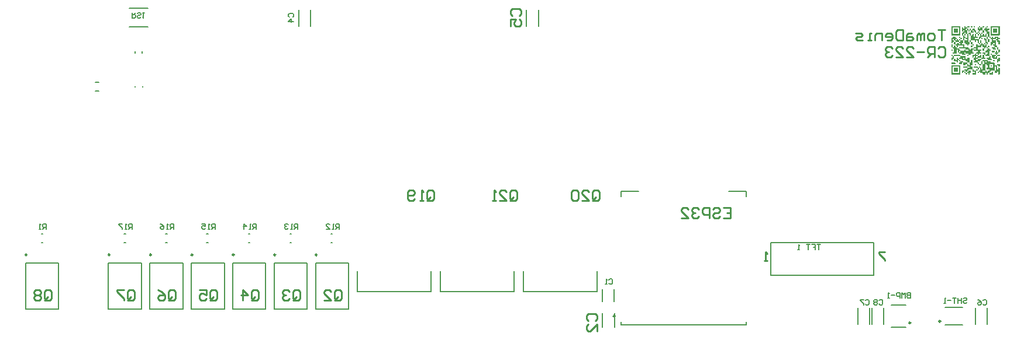
<source format=gbo>
G04*
G04 #@! TF.GenerationSoftware,Altium Limited,Altium Designer,25.5.2 (35)*
G04*
G04 Layer_Color=32896*
%FSLAX44Y44*%
%MOMM*%
G71*
G04*
G04 #@! TF.SameCoordinates,D9E2C172-A1AF-44C0-98D0-4809437D878E*
G04*
G04*
G04 #@! TF.FilePolarity,Positive*
G04*
G01*
G75*
%ADD10C,0.2500*%
%ADD11C,0.2540*%
%ADD15C,0.1520*%
%ADD16C,0.1270*%
G36*
X1489316Y657427D02*
X1489577D01*
Y655733D01*
X1489446D01*
Y655603D01*
X1487752D01*
Y657036D01*
X1487622D01*
Y657296D01*
X1487752D01*
Y657427D01*
X1487883D01*
Y657557D01*
X1489316D01*
Y657427D01*
D02*
G37*
G36*
X1483713D02*
X1483844D01*
Y655733D01*
X1483713D01*
Y655603D01*
X1482020D01*
Y655863D01*
Y655993D01*
Y657166D01*
X1481889D01*
Y657296D01*
X1482020D01*
Y657427D01*
X1482150D01*
Y657557D01*
X1483713D01*
Y657427D01*
D02*
G37*
G36*
X1470554D02*
X1470684D01*
Y655733D01*
X1470554D01*
Y655603D01*
X1468860D01*
Y655733D01*
X1468730D01*
Y656515D01*
Y656645D01*
Y657427D01*
X1468860D01*
Y657557D01*
X1470554D01*
Y657427D01*
D02*
G37*
G36*
X1466775D02*
X1466906D01*
Y655733D01*
X1466775D01*
Y655603D01*
X1465081D01*
Y655733D01*
X1464951D01*
Y656906D01*
Y657036D01*
Y657427D01*
X1465081D01*
Y657557D01*
X1466775D01*
Y657427D01*
D02*
G37*
G36*
X1462866D02*
X1463127D01*
Y655733D01*
X1462997D01*
Y655603D01*
X1459348D01*
Y655733D01*
Y657427D01*
X1459479D01*
Y657557D01*
X1462866D01*
Y657427D01*
D02*
G37*
G36*
X1478111D02*
X1478241D01*
Y655603D01*
X1482020D01*
Y651954D01*
X1481889D01*
Y651824D01*
X1478241D01*
Y650130D01*
X1478111D01*
Y650000D01*
X1476547D01*
Y649870D01*
X1476287D01*
Y648046D01*
X1478111D01*
Y647915D01*
X1478241D01*
Y646352D01*
X1478111D01*
Y646221D01*
X1477980D01*
Y646091D01*
X1477720D01*
Y646221D01*
X1476678D01*
Y646091D01*
X1476287D01*
Y644397D01*
X1476156D01*
Y644267D01*
X1474462D01*
Y644788D01*
Y644919D01*
Y646091D01*
X1474853D01*
Y646221D01*
X1475896D01*
Y646091D01*
X1476026D01*
Y646221D01*
X1476287D01*
Y648046D01*
X1474462D01*
Y646221D01*
X1474202D01*
Y646091D01*
X1474072D01*
Y646221D01*
X1472508D01*
Y648046D01*
X1470814D01*
Y648176D01*
X1470684D01*
Y649870D01*
X1470554D01*
Y650000D01*
X1468860D01*
Y649739D01*
X1468730D01*
Y648176D01*
X1468599D01*
Y648046D01*
X1465081D01*
Y647915D01*
X1464951D01*
Y644267D01*
X1463257D01*
Y644397D01*
X1463127D01*
Y645961D01*
X1462997D01*
Y646091D01*
X1462866D01*
Y646221D01*
X1461433D01*
Y646091D01*
X1461303D01*
Y645831D01*
X1461173D01*
Y635016D01*
X1461303D01*
Y634756D01*
X1462736D01*
Y634886D01*
X1462997D01*
Y635016D01*
X1463127D01*
Y636580D01*
X1463257D01*
Y636710D01*
X1464821D01*
Y636840D01*
X1464951D01*
Y644137D01*
X1465081D01*
Y644267D01*
X1466775D01*
Y644397D01*
X1466906D01*
Y646091D01*
X1467036D01*
Y646221D01*
X1467427D01*
Y646091D01*
X1467557D01*
Y646221D01*
X1468078D01*
Y646091D01*
X1468339D01*
Y646221D01*
X1468599D01*
Y646091D01*
X1468730D01*
Y642573D01*
X1468860D01*
Y642443D01*
X1470554D01*
Y642573D01*
X1470684D01*
Y646091D01*
X1470814D01*
Y646221D01*
X1471205D01*
Y646091D01*
X1471335D01*
Y646221D01*
X1472508D01*
Y642573D01*
X1472638D01*
Y642443D01*
X1474332D01*
Y642313D01*
X1474462D01*
Y640619D01*
X1474332D01*
Y640489D01*
X1470684D01*
Y638665D01*
X1470814D01*
Y638534D01*
X1471075D01*
Y638665D01*
X1476156D01*
Y638534D01*
X1476287D01*
Y632932D01*
X1478111D01*
Y632801D01*
X1478241D01*
Y630977D01*
X1479935D01*
Y631107D01*
X1480065D01*
Y632801D01*
X1480456D01*
Y632932D01*
X1481759D01*
Y632801D01*
X1481889D01*
Y632671D01*
X1482020D01*
Y630977D01*
X1483844D01*
Y632671D01*
X1483974D01*
Y632801D01*
X1484234D01*
Y632932D01*
X1485668D01*
Y633062D01*
X1485798D01*
Y636450D01*
X1485668D01*
Y636580D01*
X1485538D01*
Y636710D01*
X1483974D01*
Y636840D01*
X1483844D01*
Y640358D01*
X1483974D01*
Y640489D01*
X1485538D01*
Y640358D01*
X1485668D01*
Y640228D01*
X1485798D01*
Y638795D01*
X1485928D01*
Y638665D01*
X1486189D01*
Y638534D01*
X1486449D01*
Y638665D01*
X1487752D01*
Y634886D01*
X1487883D01*
Y634756D01*
X1489316D01*
Y634886D01*
X1489446D01*
Y635016D01*
X1489577D01*
Y638665D01*
X1487752D01*
Y641792D01*
X1487622D01*
Y642052D01*
X1487752D01*
Y642313D01*
X1487883D01*
Y642443D01*
X1489446D01*
Y642573D01*
X1489577D01*
Y646091D01*
X1489316D01*
Y646221D01*
X1488925D01*
Y646091D01*
X1488795D01*
Y646221D01*
X1488013D01*
Y646091D01*
X1487752D01*
Y645700D01*
X1487622D01*
Y645570D01*
X1487752D01*
Y642704D01*
X1487622D01*
Y642443D01*
X1480326D01*
Y642313D01*
X1480195D01*
Y642182D01*
X1480065D01*
Y640489D01*
X1481889D01*
Y640228D01*
X1482020D01*
Y638795D01*
X1481889D01*
Y638665D01*
X1481759D01*
Y638534D01*
X1481498D01*
Y638665D01*
X1480195D01*
Y638795D01*
X1480065D01*
Y640489D01*
X1478241D01*
Y638795D01*
X1478111D01*
Y638665D01*
X1477980D01*
Y638534D01*
X1477720D01*
Y638665D01*
X1476938D01*
Y638534D01*
X1476808D01*
Y638665D01*
X1476417D01*
Y638795D01*
X1476287D01*
Y642182D01*
X1476417D01*
Y642313D01*
X1476547D01*
Y642443D01*
X1478111D01*
Y642573D01*
X1478241D01*
Y646091D01*
X1478632D01*
Y646221D01*
X1479674D01*
Y646091D01*
X1479805D01*
Y646221D01*
X1480065D01*
Y647915D01*
X1480195D01*
Y648046D01*
X1481889D01*
Y648176D01*
X1482020D01*
Y651824D01*
X1483844D01*
Y653518D01*
X1483974D01*
Y653648D01*
X1484104D01*
Y653779D01*
X1485668D01*
Y653909D01*
X1485798D01*
Y655603D01*
X1487752D01*
Y654300D01*
Y654169D01*
X1487622D01*
Y653909D01*
X1487752D01*
Y653779D01*
X1491401D01*
Y653648D01*
X1491531D01*
Y651954D01*
X1491270D01*
Y651824D01*
X1489707D01*
Y651694D01*
X1489577D01*
Y650000D01*
X1491270D01*
Y649870D01*
X1491531D01*
Y642443D01*
X1493094D01*
Y642313D01*
X1493355D01*
Y640619D01*
X1493485D01*
Y640489D01*
X1495179D01*
Y640749D01*
X1495309D01*
Y641140D01*
X1495179D01*
Y641270D01*
X1495309D01*
Y641792D01*
X1495179D01*
Y642052D01*
X1495309D01*
Y642313D01*
X1495440D01*
Y642443D01*
X1497003D01*
Y642313D01*
X1497134D01*
Y640619D01*
X1497264D01*
Y640489D01*
X1498958D01*
Y640749D01*
X1499088D01*
Y642313D01*
X1499218D01*
Y642443D01*
X1504560D01*
Y642313D01*
X1504691D01*
Y640619D01*
X1504821D01*
Y640489D01*
X1506515D01*
Y640228D01*
X1506645D01*
Y638795D01*
X1506515D01*
Y638665D01*
X1506384D01*
Y638534D01*
X1506124D01*
Y638665D01*
X1505342D01*
Y638534D01*
X1505212D01*
Y638665D01*
X1504821D01*
Y638404D01*
X1504691D01*
Y636840D01*
X1504821D01*
Y636710D01*
X1506515D01*
Y636450D01*
X1506645D01*
Y631238D01*
X1506515D01*
Y630977D01*
X1504821D01*
Y631107D01*
X1504691D01*
Y634756D01*
X1502997D01*
Y634886D01*
X1502866D01*
Y636450D01*
X1502736D01*
Y636710D01*
X1501042D01*
Y636580D01*
X1500912D01*
Y629283D01*
X1501042D01*
Y629153D01*
X1502736D01*
Y629023D01*
X1502866D01*
Y627199D01*
X1504691D01*
Y623420D01*
X1506515D01*
Y623290D01*
X1506645D01*
Y622639D01*
Y622508D01*
Y619772D01*
X1506515D01*
Y619642D01*
X1504691D01*
Y623420D01*
X1502866D01*
Y625896D01*
Y626026D01*
Y627199D01*
X1499088D01*
Y625375D01*
X1500912D01*
Y623420D01*
X1497264D01*
Y623550D01*
X1497134D01*
Y625244D01*
X1497003D01*
Y625375D01*
X1495309D01*
Y625896D01*
X1495179D01*
Y626026D01*
X1495309D01*
Y626808D01*
X1495179D01*
Y627068D01*
X1495309D01*
Y627199D01*
X1498958D01*
Y627459D01*
X1499088D01*
Y629023D01*
X1498958D01*
Y629153D01*
X1497264D01*
Y629283D01*
X1497134D01*
Y630977D01*
X1498827D01*
Y631107D01*
X1498958D01*
Y631238D01*
X1499088D01*
Y632671D01*
X1498958D01*
Y632801D01*
X1498827D01*
Y632932D01*
X1497394D01*
Y632801D01*
X1497264D01*
Y632671D01*
X1497134D01*
Y631107D01*
X1497003D01*
Y630977D01*
X1495309D01*
Y630717D01*
X1495179D01*
Y630456D01*
X1495309D01*
Y629414D01*
X1495179D01*
Y629153D01*
X1493485D01*
Y629283D01*
X1493355D01*
Y634625D01*
X1493485D01*
Y634756D01*
X1495049D01*
Y634886D01*
X1495179D01*
Y635147D01*
X1495309D01*
Y635537D01*
X1495179D01*
Y635668D01*
X1495309D01*
Y637752D01*
X1495179D01*
Y637883D01*
X1495309D01*
Y638274D01*
X1495179D01*
Y638534D01*
X1494919D01*
Y638665D01*
X1494528D01*
Y638534D01*
X1494397D01*
Y638665D01*
X1493876D01*
Y638534D01*
X1493616D01*
Y638665D01*
X1493485D01*
Y638795D01*
X1493355D01*
Y640358D01*
X1493225D01*
Y640489D01*
X1491661D01*
Y640619D01*
X1491531D01*
Y642313D01*
X1491401D01*
Y642443D01*
X1489707D01*
Y642313D01*
X1489577D01*
Y638665D01*
X1491140D01*
Y638534D01*
X1491401D01*
Y638404D01*
X1491531D01*
Y635016D01*
X1491401D01*
Y634886D01*
X1491270D01*
Y634756D01*
X1489577D01*
Y631107D01*
X1489446D01*
Y630977D01*
X1487752D01*
Y632150D01*
X1487622D01*
Y632280D01*
X1487752D01*
Y632671D01*
X1487622D01*
Y632801D01*
X1487362D01*
Y632932D01*
X1486059D01*
Y632801D01*
X1485798D01*
Y631238D01*
X1485668D01*
Y630977D01*
X1483974D01*
Y630847D01*
X1483844D01*
Y629283D01*
X1483974D01*
Y629153D01*
X1485668D01*
Y629414D01*
X1485798D01*
Y630977D01*
X1487752D01*
Y627850D01*
X1487622D01*
Y627720D01*
X1487752D01*
Y627329D01*
X1487883D01*
Y627199D01*
X1489577D01*
Y625505D01*
X1489707D01*
Y625375D01*
X1491270D01*
Y625244D01*
X1491531D01*
Y623550D01*
X1491661D01*
Y623420D01*
X1493355D01*
Y621596D01*
X1491661D01*
Y621466D01*
X1491531D01*
Y614039D01*
X1493225D01*
Y613909D01*
X1493355D01*
Y610391D01*
X1493485D01*
Y610261D01*
X1495049D01*
Y610130D01*
X1495179D01*
Y609870D01*
X1495309D01*
Y609088D01*
X1495179D01*
Y608958D01*
X1495309D01*
Y608567D01*
X1495179D01*
Y608437D01*
X1495049D01*
Y608306D01*
X1489707D01*
Y608176D01*
X1489577D01*
Y606482D01*
X1489837D01*
Y606352D01*
X1490228D01*
Y606482D01*
X1490358D01*
Y606352D01*
X1492704D01*
Y606482D01*
X1492964D01*
Y606352D01*
X1493225D01*
Y606222D01*
X1493355D01*
Y604788D01*
X1493485D01*
Y604528D01*
X1498958D01*
Y604267D01*
X1499088D01*
Y600749D01*
X1502736D01*
Y600880D01*
X1502866D01*
Y602573D01*
X1506515D01*
Y602443D01*
X1506645D01*
Y599055D01*
X1506515D01*
Y598925D01*
X1506384D01*
Y598795D01*
X1506124D01*
Y598925D01*
X1505993D01*
Y598795D01*
X1505342D01*
Y598925D01*
X1505212D01*
Y598795D01*
X1504821D01*
Y599055D01*
X1504691D01*
Y600749D01*
X1502866D01*
Y595147D01*
X1502997D01*
Y595016D01*
X1504560D01*
Y595147D01*
X1504691D01*
Y596840D01*
X1504821D01*
Y596971D01*
X1506515D01*
Y596840D01*
X1506645D01*
Y587590D01*
X1506515D01*
Y587459D01*
X1504821D01*
Y587590D01*
X1504691D01*
Y591238D01*
X1502866D01*
Y589544D01*
X1502736D01*
Y589414D01*
X1499088D01*
Y593192D01*
X1500912D01*
Y598795D01*
X1500782D01*
Y598925D01*
X1500521D01*
Y598795D01*
X1499479D01*
Y598925D01*
X1499218D01*
Y598795D01*
X1499088D01*
Y593322D01*
X1498958D01*
Y593192D01*
X1493485D01*
Y593062D01*
X1493355D01*
Y591368D01*
X1493225D01*
Y591238D01*
X1491531D01*
Y589414D01*
X1495179D01*
Y589544D01*
X1495309D01*
Y589805D01*
X1495179D01*
Y590065D01*
X1495309D01*
Y590847D01*
X1495179D01*
Y591107D01*
X1495309D01*
Y591238D01*
X1497134D01*
Y587590D01*
X1497003D01*
Y587459D01*
X1491661D01*
Y587590D01*
X1491531D01*
Y589414D01*
X1489707D01*
Y589283D01*
X1489577D01*
Y587590D01*
X1489316D01*
Y587459D01*
X1487883D01*
Y587590D01*
X1487752D01*
Y587720D01*
X1487622D01*
Y587980D01*
X1487752D01*
Y588762D01*
X1487622D01*
Y588893D01*
X1487752D01*
Y589283D01*
X1487492D01*
Y589414D01*
X1485928D01*
Y589283D01*
X1485798D01*
Y587590D01*
X1485538D01*
Y587459D01*
X1482150D01*
Y587590D01*
X1482020D01*
Y587720D01*
X1481889D01*
Y587850D01*
X1482020D01*
Y589283D01*
X1481889D01*
Y589414D01*
X1478241D01*
Y589544D01*
X1478111D01*
Y589805D01*
X1478241D01*
Y591107D01*
X1478111D01*
Y591238D01*
X1476287D01*
Y593062D01*
X1476417D01*
Y593192D01*
X1478111D01*
Y593322D01*
X1478241D01*
Y596840D01*
X1478111D01*
Y596971D01*
X1476287D01*
Y598795D01*
X1476417D01*
Y598925D01*
X1476678D01*
Y598795D01*
X1477720D01*
Y598925D01*
X1477980D01*
Y598795D01*
X1478111D01*
Y598665D01*
X1478241D01*
Y596971D01*
X1479935D01*
Y596840D01*
X1480065D01*
Y595147D01*
X1480195D01*
Y595016D01*
X1481759D01*
Y595147D01*
X1481889D01*
Y595407D01*
X1482020D01*
Y602573D01*
X1483713D01*
Y602704D01*
X1483844D01*
Y606352D01*
X1483583D01*
Y606482D01*
X1483322D01*
Y606352D01*
X1482020D01*
Y608176D01*
X1482150D01*
Y608306D01*
X1489316D01*
Y608437D01*
X1489577D01*
Y610130D01*
X1489446D01*
Y610261D01*
X1487752D01*
Y610521D01*
X1487622D01*
Y610782D01*
X1487752D01*
Y612085D01*
X1491140D01*
Y612215D01*
X1491401D01*
Y612345D01*
X1491531D01*
Y614039D01*
X1485798D01*
Y615863D01*
X1487362D01*
Y615993D01*
X1487622D01*
Y616124D01*
X1487752D01*
Y616384D01*
X1487622D01*
Y616645D01*
X1487752D01*
Y617687D01*
X1487883D01*
Y617818D01*
X1489446D01*
Y617948D01*
X1489577D01*
Y619642D01*
X1485798D01*
Y615993D01*
X1485538D01*
Y615863D01*
X1483974D01*
Y615603D01*
X1483844D01*
Y612345D01*
X1483974D01*
Y612215D01*
X1484234D01*
Y612085D01*
X1485277D01*
Y612215D01*
X1485407D01*
Y612085D01*
X1485668D01*
Y611954D01*
X1485798D01*
Y610391D01*
X1485668D01*
Y610261D01*
X1480456D01*
Y610130D01*
X1480195D01*
Y610000D01*
X1480065D01*
Y608437D01*
X1479935D01*
Y608306D01*
X1478241D01*
Y606612D01*
X1478111D01*
Y606482D01*
X1477980D01*
Y606352D01*
X1477590D01*
Y606482D01*
X1477459D01*
Y606352D01*
X1474853D01*
Y606482D01*
X1474593D01*
Y606352D01*
X1474462D01*
Y604658D01*
X1474593D01*
Y604528D01*
X1476156D01*
Y604397D01*
X1476287D01*
Y602704D01*
X1476547D01*
Y602573D01*
X1480065D01*
Y600880D01*
X1479935D01*
Y600749D01*
X1476417D01*
Y600880D01*
X1476287D01*
Y602573D01*
X1474593D01*
Y602704D01*
X1474462D01*
Y604397D01*
X1474332D01*
Y604528D01*
X1468860D01*
Y604658D01*
X1468730D01*
Y606222D01*
X1468860D01*
Y606352D01*
X1468990D01*
Y606482D01*
X1469251D01*
Y606352D01*
X1470033D01*
Y606482D01*
X1470163D01*
Y606352D01*
X1470554D01*
Y606482D01*
X1470684D01*
Y608176D01*
X1470554D01*
Y608306D01*
X1468860D01*
Y608437D01*
X1468730D01*
Y611954D01*
X1468860D01*
Y612085D01*
X1470554D01*
Y612215D01*
X1470684D01*
Y613909D01*
X1470554D01*
Y614039D01*
X1468860D01*
Y613778D01*
X1468730D01*
Y612215D01*
X1468339D01*
Y612085D01*
X1467036D01*
Y612215D01*
X1466906D01*
Y615863D01*
X1467036D01*
Y615993D01*
X1467296D01*
Y615863D01*
X1470554D01*
Y615993D01*
X1470684D01*
Y617818D01*
X1472508D01*
Y615993D01*
X1472638D01*
Y615863D01*
X1474332D01*
Y615993D01*
X1474462D01*
Y617687D01*
X1474332D01*
Y617818D01*
X1472508D01*
Y619642D01*
X1474332D01*
Y619772D01*
X1474462D01*
Y621466D01*
X1474332D01*
Y621596D01*
X1468730D01*
Y623420D01*
D01*
D01*
X1466906D01*
Y619772D01*
X1467036D01*
Y619642D01*
X1468730D01*
Y617818D01*
X1465081D01*
Y617687D01*
X1464951D01*
Y615993D01*
X1464691D01*
Y615863D01*
X1461303D01*
Y615472D01*
X1461173D01*
Y614430D01*
X1461303D01*
Y614300D01*
X1461173D01*
Y614039D01*
X1459348D01*
Y615863D01*
X1459609D01*
Y615993D01*
X1459739D01*
Y615863D01*
X1460912D01*
Y615993D01*
X1461173D01*
Y617427D01*
X1461303D01*
Y617687D01*
X1461173D01*
Y617818D01*
X1457524D01*
Y617427D01*
X1457394D01*
Y615993D01*
X1457134D01*
Y615863D01*
X1451922D01*
Y615993D01*
X1451661D01*
Y617687D01*
X1451531D01*
Y617818D01*
X1448013D01*
Y617948D01*
X1447883D01*
Y618339D01*
X1448013D01*
Y618469D01*
X1447883D01*
Y619251D01*
X1448013D01*
Y619642D01*
X1449707D01*
Y619772D01*
X1449837D01*
Y621596D01*
X1448143D01*
Y621466D01*
X1447883D01*
Y621075D01*
X1448013D01*
Y620945D01*
X1447883D01*
Y620033D01*
X1448013D01*
Y619902D01*
X1447883D01*
Y619642D01*
X1446189D01*
Y619772D01*
X1446059D01*
Y623290D01*
X1445928D01*
Y623420D01*
X1444234D01*
Y623290D01*
X1444104D01*
Y617818D01*
X1438502D01*
Y619642D01*
X1440326D01*
Y625375D01*
X1438502D01*
Y627199D01*
X1436678D01*
Y627329D01*
X1436547D01*
Y627720D01*
Y627850D01*
Y630847D01*
X1436678D01*
Y630977D01*
X1438371D01*
Y630847D01*
X1438502D01*
Y627199D01*
X1440326D01*
Y629023D01*
X1440456D01*
Y629153D01*
X1442150D01*
Y629023D01*
X1442280D01*
Y627199D01*
X1444104D01*
Y625505D01*
X1444234D01*
Y625375D01*
X1447883D01*
Y625114D01*
X1448013D01*
Y624984D01*
X1447883D01*
Y624072D01*
X1448013D01*
Y623941D01*
X1447883D01*
Y623550D01*
X1448143D01*
Y623420D01*
X1449837D01*
Y621596D01*
X1455440D01*
Y621726D01*
X1455570D01*
Y621987D01*
X1455440D01*
Y622769D01*
X1455570D01*
Y622899D01*
X1455440D01*
Y623290D01*
X1455570D01*
Y623420D01*
X1457394D01*
Y621726D01*
X1457524D01*
Y621596D01*
X1461173D01*
Y621726D01*
X1461303D01*
Y621987D01*
X1461173D01*
Y623029D01*
X1461303D01*
Y623290D01*
X1461173D01*
Y623420D01*
X1457394D01*
Y625244D01*
X1457264D01*
Y625375D01*
X1448013D01*
Y625765D01*
X1447883D01*
Y626547D01*
X1448013D01*
Y626678D01*
X1447883D01*
Y627068D01*
X1448013D01*
Y627199D01*
X1453485D01*
Y627329D01*
X1453616D01*
Y629023D01*
X1453485D01*
Y629153D01*
X1446189D01*
Y629023D01*
X1446059D01*
Y627329D01*
X1445928D01*
Y627199D01*
X1444234D01*
Y627459D01*
X1444104D01*
Y629023D01*
X1443974D01*
Y629153D01*
X1442280D01*
Y630977D01*
X1440456D01*
Y631238D01*
X1440326D01*
Y634756D01*
X1438502D01*
Y632932D01*
X1438241D01*
Y632801D01*
X1438111D01*
Y632932D01*
X1437068D01*
Y632801D01*
X1436808D01*
Y632932D01*
X1436678D01*
Y633062D01*
X1436547D01*
Y640228D01*
X1436678D01*
Y640489D01*
X1438371D01*
Y640619D01*
X1438502D01*
Y642313D01*
X1438632D01*
Y642443D01*
X1442150D01*
Y642313D01*
X1442280D01*
Y640619D01*
X1442410D01*
Y640489D01*
X1443974D01*
Y640358D01*
X1444104D01*
Y638665D01*
X1445277D01*
Y638534D01*
X1445407D01*
Y638665D01*
X1445798D01*
Y638534D01*
X1445928D01*
Y638404D01*
X1446059D01*
Y636710D01*
X1447883D01*
Y635147D01*
X1448013D01*
Y634756D01*
X1449707D01*
Y635016D01*
X1449837D01*
Y636580D01*
X1449707D01*
Y636710D01*
X1448013D01*
Y636971D01*
X1447883D01*
Y638274D01*
X1448013D01*
Y638534D01*
X1448143D01*
Y638665D01*
X1449577D01*
Y638534D01*
X1449707D01*
Y638404D01*
X1449837D01*
Y636710D01*
X1453485D01*
Y636840D01*
X1453616D01*
Y644137D01*
X1453746D01*
Y644267D01*
X1455309D01*
Y644397D01*
X1455440D01*
Y644528D01*
X1455570D01*
Y644788D01*
X1455440D01*
Y645831D01*
X1455570D01*
Y646091D01*
X1455831D01*
Y646221D01*
X1457134D01*
Y646091D01*
X1457394D01*
Y644397D01*
X1457264D01*
Y644267D01*
X1455570D01*
Y643876D01*
X1455440D01*
Y642704D01*
X1455570D01*
Y642443D01*
X1457264D01*
Y642313D01*
X1457394D01*
Y640749D01*
X1457524D01*
Y640489D01*
X1459218D01*
Y640619D01*
X1459348D01*
Y646091D01*
X1458958D01*
Y646221D01*
X1457394D01*
Y648046D01*
X1455570D01*
Y647785D01*
X1455440D01*
Y646612D01*
X1455570D01*
Y646482D01*
X1455440D01*
Y646221D01*
X1455179D01*
Y646091D01*
X1454919D01*
Y646221D01*
X1454397D01*
Y646091D01*
X1454267D01*
Y646221D01*
X1453876D01*
Y646091D01*
X1453746D01*
Y645961D01*
X1453616D01*
Y644397D01*
X1453485D01*
Y644267D01*
X1451792D01*
Y644397D01*
X1451661D01*
Y647915D01*
X1451792D01*
Y648046D01*
X1453485D01*
Y648176D01*
X1453616D01*
Y650000D01*
X1451792D01*
Y650130D01*
X1451661D01*
Y655472D01*
X1451792D01*
Y655603D01*
X1453616D01*
Y653779D01*
X1455440D01*
Y653909D01*
X1455570D01*
Y654169D01*
X1455440D01*
Y656775D01*
X1455570D01*
Y657036D01*
X1455440D01*
Y657296D01*
X1455570D01*
Y657427D01*
X1455700D01*
Y657557D01*
X1457264D01*
Y657427D01*
X1457394D01*
Y655733D01*
X1457524D01*
Y655603D01*
X1459348D01*
Y653779D01*
X1457655D01*
Y653648D01*
X1457524D01*
Y653518D01*
X1457394D01*
Y651954D01*
X1457524D01*
Y651824D01*
X1459088D01*
Y651954D01*
X1459348D01*
Y653648D01*
X1459479D01*
Y653779D01*
X1461173D01*
Y653648D01*
X1461303D01*
Y653388D01*
X1461173D01*
Y651954D01*
X1461042D01*
Y651824D01*
X1459348D01*
Y646221D01*
X1461173D01*
Y647785D01*
X1461303D01*
Y648046D01*
X1464821D01*
Y648176D01*
X1464951D01*
Y651563D01*
X1465081D01*
Y651824D01*
X1466645D01*
Y651954D01*
X1466906D01*
Y653648D01*
X1467036D01*
Y653779D01*
X1470554D01*
Y653648D01*
X1470684D01*
Y651954D01*
X1470814D01*
Y651824D01*
X1472508D01*
Y648046D01*
X1474332D01*
Y648176D01*
X1474462D01*
Y649870D01*
X1474593D01*
Y650000D01*
X1476287D01*
Y651824D01*
X1474593D01*
Y651954D01*
X1474462D01*
Y655603D01*
X1476287D01*
Y653779D01*
X1478111D01*
Y653909D01*
X1478241D01*
Y655603D01*
X1476287D01*
Y657427D01*
X1476417D01*
Y657557D01*
X1478111D01*
Y657427D01*
D02*
G37*
G36*
X1464821Y653648D02*
X1464951D01*
Y653518D01*
Y651954D01*
X1464821D01*
Y651824D01*
X1463127D01*
Y650130D01*
X1462997D01*
Y650000D01*
X1461303D01*
Y650130D01*
X1461173D01*
Y651433D01*
X1461303D01*
Y651824D01*
X1462866D01*
Y651954D01*
X1463127D01*
Y653648D01*
X1463257D01*
Y653779D01*
X1464821D01*
Y653648D01*
D02*
G37*
G36*
X1506515Y657427D02*
X1506645D01*
Y644397D01*
X1506515D01*
Y644267D01*
X1493485D01*
Y644397D01*
X1493355D01*
Y657427D01*
X1493485D01*
Y657557D01*
X1506515D01*
Y657427D01*
D02*
G37*
G36*
X1449707D02*
X1449837D01*
Y644397D01*
X1449707D01*
Y644267D01*
X1436678D01*
Y644397D01*
X1436547D01*
Y657427D01*
X1436678D01*
Y657557D01*
X1449707D01*
Y657427D01*
D02*
G37*
G36*
Y642313D02*
X1449837D01*
Y640619D01*
X1449967D01*
Y640489D01*
X1451531D01*
Y640358D01*
X1451661D01*
Y638665D01*
X1451401D01*
Y638534D01*
X1451140D01*
Y638665D01*
X1450489D01*
Y638534D01*
X1450228D01*
Y638665D01*
X1449837D01*
Y640358D01*
X1449707D01*
Y640489D01*
X1448143D01*
Y640619D01*
X1448013D01*
Y640749D01*
X1447883D01*
Y641140D01*
X1448013D01*
Y641270D01*
X1447883D01*
Y642052D01*
X1448013D01*
Y642313D01*
X1448143D01*
Y642443D01*
X1449707D01*
Y642313D01*
D02*
G37*
G36*
X1479935Y636580D02*
X1480065D01*
Y632932D01*
X1478241D01*
Y636189D01*
X1478111D01*
Y636319D01*
X1478241D01*
Y636710D01*
X1479935D01*
Y636580D01*
D02*
G37*
G36*
X1491270Y629023D02*
X1491531D01*
Y627329D01*
X1491401D01*
Y627199D01*
X1489707D01*
Y627329D01*
X1489577D01*
Y629023D01*
X1489707D01*
Y629153D01*
X1491270D01*
Y629023D01*
D02*
G37*
G36*
X1438502Y621596D02*
X1436678D01*
Y621726D01*
X1436547D01*
Y623029D01*
Y623160D01*
Y623290D01*
X1436678D01*
Y623420D01*
X1438502D01*
Y621596D01*
D02*
G37*
G36*
X1498958Y621466D02*
X1499088D01*
Y619772D01*
X1498827D01*
Y619642D01*
X1495309D01*
Y619902D01*
X1495179D01*
Y620163D01*
X1495309D01*
Y621075D01*
X1495179D01*
Y621466D01*
X1495309D01*
Y621596D01*
X1498958D01*
Y621466D01*
D02*
G37*
G36*
X1495179Y617687D02*
X1495309D01*
Y617296D01*
X1495179D01*
Y617166D01*
X1495309D01*
Y616124D01*
X1495179D01*
Y615993D01*
X1494919D01*
Y615863D01*
X1493616D01*
Y615993D01*
X1493355D01*
Y617687D01*
X1493485D01*
Y617818D01*
X1495179D01*
Y617687D01*
D02*
G37*
G36*
X1449446Y615863D02*
X1449837D01*
Y614039D01*
X1457264D01*
Y613909D01*
X1457394D01*
Y610391D01*
X1457524D01*
Y610261D01*
X1459218D01*
Y610391D01*
X1459348D01*
Y612085D01*
X1459609D01*
Y612215D01*
X1459739D01*
Y612085D01*
X1463127D01*
Y604528D01*
X1464821D01*
Y604658D01*
X1464951D01*
Y608176D01*
X1465081D01*
Y608306D01*
X1466906D01*
Y600880D01*
X1466775D01*
Y600749D01*
X1465081D01*
Y600619D01*
X1464951D01*
Y598925D01*
X1465212D01*
Y598795D01*
X1465472D01*
Y598925D01*
X1465733D01*
Y598795D01*
X1466515D01*
Y598925D01*
X1466775D01*
Y598795D01*
X1466906D01*
Y595147D01*
X1466645D01*
Y595016D01*
X1461303D01*
Y594886D01*
X1461173D01*
Y593192D01*
X1459479D01*
Y593062D01*
X1459348D01*
Y591368D01*
X1459479D01*
Y591238D01*
X1461042D01*
Y591368D01*
X1461173D01*
Y593062D01*
X1461303D01*
Y593192D01*
X1464821D01*
Y593062D01*
X1464951D01*
Y589414D01*
X1463257D01*
Y589283D01*
X1463127D01*
Y587590D01*
X1462866D01*
Y587459D01*
X1461433D01*
Y587590D01*
X1461173D01*
Y589023D01*
X1461303D01*
Y589153D01*
X1461173D01*
Y589283D01*
X1461042D01*
Y589414D01*
X1459348D01*
Y591238D01*
X1457524D01*
Y591629D01*
X1457394D01*
Y593062D01*
X1457264D01*
Y593192D01*
X1455570D01*
Y593583D01*
X1455440D01*
Y594365D01*
X1455570D01*
Y594495D01*
X1455440D01*
Y594886D01*
X1455570D01*
Y595016D01*
X1459088D01*
Y595147D01*
X1459218D01*
Y595277D01*
X1459348D01*
Y596840D01*
X1459218D01*
Y596971D01*
X1453746D01*
Y597101D01*
X1453616D01*
Y598665D01*
X1453746D01*
Y598795D01*
X1454007D01*
Y598925D01*
X1454267D01*
Y598795D01*
X1458958D01*
Y598925D01*
X1459348D01*
Y602573D01*
X1461173D01*
Y600880D01*
X1461303D01*
Y600749D01*
X1462866D01*
Y600880D01*
X1462997D01*
Y601010D01*
X1463127D01*
Y601270D01*
Y601401D01*
Y604528D01*
X1459479D01*
Y604658D01*
X1459348D01*
Y606222D01*
X1459218D01*
Y606352D01*
X1458958D01*
Y606482D01*
X1458697D01*
Y606352D01*
X1458176D01*
Y606482D01*
X1458046D01*
Y606352D01*
X1457655D01*
Y606482D01*
X1457524D01*
Y606612D01*
X1457394D01*
Y608306D01*
X1451922D01*
Y608437D01*
X1451792D01*
Y608567D01*
X1451661D01*
Y610130D01*
X1451531D01*
Y610261D01*
X1448013D01*
Y609870D01*
X1447883D01*
Y608306D01*
X1446189D01*
Y608176D01*
X1446059D01*
Y604658D01*
X1445928D01*
Y604528D01*
X1444234D01*
Y604788D01*
X1444104D01*
Y606352D01*
X1443974D01*
Y606482D01*
X1443713D01*
Y606352D01*
X1440717D01*
Y606482D01*
X1440456D01*
Y606612D01*
X1440326D01*
Y610000D01*
X1440456D01*
Y610130D01*
X1440586D01*
Y610261D01*
X1442150D01*
Y610130D01*
X1442280D01*
Y608437D01*
X1442410D01*
Y608306D01*
X1443974D01*
Y608437D01*
X1444104D01*
Y611824D01*
X1444234D01*
Y612085D01*
X1445668D01*
Y612215D01*
X1445798D01*
Y612085D01*
X1446059D01*
Y610261D01*
X1447883D01*
Y611954D01*
X1448013D01*
Y612085D01*
X1449577D01*
Y612215D01*
X1449837D01*
Y613909D01*
X1449707D01*
Y614039D01*
X1440456D01*
Y613909D01*
X1440326D01*
Y610261D01*
X1438632D01*
Y610130D01*
X1438502D01*
Y608437D01*
X1438371D01*
Y608306D01*
X1436678D01*
Y608567D01*
X1436547D01*
Y611954D01*
X1436678D01*
Y612085D01*
X1436808D01*
Y612215D01*
X1436938D01*
Y612085D01*
X1438371D01*
Y612215D01*
X1438502D01*
Y614039D01*
X1436678D01*
Y614169D01*
X1436547D01*
Y615733D01*
X1436678D01*
Y615863D01*
X1436808D01*
Y615993D01*
X1437068D01*
Y615863D01*
X1438111D01*
Y615993D01*
X1438241D01*
Y615863D01*
X1438502D01*
Y614039D01*
X1440326D01*
Y615733D01*
X1440456D01*
Y615863D01*
X1449316D01*
Y615993D01*
X1449446D01*
Y615863D01*
D02*
G37*
G36*
X1506384Y612085D02*
X1506515D01*
Y611954D01*
X1506645D01*
Y606612D01*
X1506515D01*
Y606482D01*
X1506384D01*
Y606352D01*
X1506124D01*
Y606482D01*
X1505863D01*
Y606352D01*
X1505212D01*
Y606482D01*
X1504821D01*
Y606222D01*
X1504691D01*
Y604528D01*
X1502866D01*
Y610261D01*
X1504691D01*
Y611954D01*
X1504821D01*
Y612085D01*
X1504951D01*
Y612215D01*
X1505081D01*
Y612085D01*
X1506254D01*
Y612215D01*
X1506384D01*
Y612085D01*
D02*
G37*
G36*
X1502736Y621466D02*
X1502866D01*
Y620684D01*
Y620554D01*
Y619642D01*
X1504691D01*
Y617818D01*
X1502866D01*
Y615993D01*
X1502476D01*
Y615863D01*
X1501042D01*
Y615733D01*
X1500912D01*
Y614039D01*
X1499218D01*
Y613909D01*
X1499088D01*
Y612215D01*
X1499218D01*
Y612085D01*
X1500652D01*
Y612215D01*
X1500912D01*
Y613778D01*
X1501042D01*
Y614039D01*
X1502736D01*
Y614169D01*
X1502866D01*
Y615863D01*
X1506124D01*
Y615993D01*
X1506384D01*
Y615863D01*
X1506515D01*
Y615733D01*
X1506645D01*
Y614169D01*
X1506515D01*
Y614039D01*
X1502866D01*
Y610391D01*
X1502736D01*
Y610261D01*
X1497264D01*
Y610391D01*
X1497134D01*
Y612085D01*
X1495440D01*
Y612215D01*
X1495309D01*
Y612345D01*
X1495179D01*
Y612606D01*
X1495309D01*
Y615212D01*
X1495179D01*
Y615472D01*
X1495309D01*
Y615863D01*
X1500521D01*
Y615993D01*
X1500912D01*
Y617818D01*
X1499088D01*
Y619642D01*
X1500782D01*
Y619772D01*
X1500912D01*
Y621466D01*
X1501042D01*
Y621596D01*
X1502736D01*
Y621466D01*
D02*
G37*
G36*
X1498958Y608176D02*
X1499088D01*
Y606612D01*
X1498958D01*
Y606482D01*
X1498697D01*
Y606352D01*
X1497915D01*
Y606482D01*
X1497785D01*
Y606352D01*
X1497394D01*
Y606482D01*
X1497264D01*
Y606612D01*
X1497134D01*
Y608176D01*
X1497264D01*
Y608306D01*
X1498958D01*
Y608176D01*
D02*
G37*
G36*
X1482020Y605049D02*
Y604919D01*
Y602834D01*
X1481889D01*
Y602573D01*
X1480065D01*
Y606222D01*
X1480195D01*
Y606352D01*
X1482020D01*
Y605049D01*
D02*
G37*
G36*
X1442150Y604397D02*
X1442280D01*
Y602704D01*
X1442150D01*
Y602573D01*
X1436678D01*
Y602834D01*
X1436547D01*
Y604267D01*
X1436678D01*
Y604528D01*
X1442150D01*
Y604397D01*
D02*
G37*
G36*
X1472508Y600749D02*
X1470684D01*
Y601270D01*
Y601401D01*
Y602573D01*
X1472508D01*
Y600749D01*
D02*
G37*
G36*
X1449707Y608176D02*
X1449837D01*
Y607134D01*
Y607003D01*
Y606482D01*
X1450228D01*
Y606352D01*
X1453094D01*
Y606482D01*
X1453225D01*
Y606352D01*
X1453485D01*
Y606222D01*
X1453616D01*
Y604528D01*
X1459218D01*
Y604397D01*
X1459348D01*
Y602704D01*
X1459218D01*
Y602573D01*
X1457524D01*
Y602443D01*
X1457394D01*
Y601140D01*
Y601010D01*
Y600880D01*
X1457264D01*
Y600749D01*
X1453746D01*
Y600880D01*
X1453616D01*
Y604528D01*
X1451792D01*
Y604397D01*
X1451661D01*
Y602704D01*
X1451531D01*
Y602573D01*
X1448143D01*
Y602704D01*
X1448013D01*
Y602964D01*
X1447883D01*
Y604267D01*
X1448013D01*
Y604528D01*
X1449707D01*
Y604658D01*
X1449837D01*
Y606222D01*
X1449707D01*
Y606352D01*
X1449577D01*
Y606482D01*
X1449316D01*
Y606352D01*
X1448795D01*
Y606482D01*
X1448665D01*
Y606352D01*
X1448274D01*
Y606482D01*
X1448013D01*
Y606743D01*
X1447883D01*
Y608046D01*
X1448013D01*
Y608306D01*
X1449707D01*
Y608176D01*
D02*
G37*
G36*
X1474202Y598795D02*
X1474332D01*
Y598665D01*
X1474462D01*
Y596971D01*
X1476287D01*
Y595147D01*
X1476156D01*
Y595016D01*
X1474593D01*
Y595147D01*
X1474462D01*
Y596840D01*
X1474332D01*
Y596971D01*
X1468860D01*
Y597101D01*
X1468730D01*
Y598665D01*
X1468860D01*
Y598795D01*
X1468990D01*
Y598925D01*
X1469251D01*
Y598795D01*
X1473941D01*
Y598925D01*
X1474202D01*
Y598795D01*
D02*
G37*
G36*
X1474462Y593192D02*
X1472508D01*
Y594756D01*
Y594886D01*
Y595016D01*
X1474462D01*
Y593192D01*
D02*
G37*
G36*
X1476287Y590717D02*
Y590586D01*
Y589414D01*
X1474462D01*
Y591238D01*
X1476287D01*
Y590717D01*
D02*
G37*
G36*
X1468730Y593453D02*
Y593322D01*
X1468860D01*
Y593192D01*
X1472508D01*
Y587590D01*
X1472378D01*
Y587459D01*
X1467036D01*
Y587590D01*
X1466906D01*
Y589283D01*
X1467036D01*
Y589414D01*
X1470684D01*
Y591238D01*
X1467036D01*
Y591368D01*
X1466906D01*
Y595016D01*
X1468730D01*
Y593453D01*
D02*
G37*
G36*
X1455309Y593062D02*
X1455440D01*
Y592932D01*
X1455570D01*
Y592801D01*
X1455440D01*
Y591759D01*
X1455570D01*
Y591368D01*
X1455700D01*
Y591238D01*
X1457394D01*
Y589414D01*
X1459348D01*
Y587590D01*
X1459088D01*
Y587459D01*
X1457655D01*
Y587590D01*
X1457394D01*
Y588632D01*
Y588762D01*
Y589414D01*
X1455570D01*
Y589544D01*
X1455440D01*
Y589935D01*
X1455570D01*
Y590065D01*
X1455440D01*
Y590847D01*
X1455570D01*
Y591107D01*
X1455440D01*
Y591238D01*
X1453616D01*
Y589414D01*
X1451792D01*
Y589544D01*
X1451661D01*
Y592150D01*
Y592280D01*
Y593062D01*
X1451792D01*
Y593192D01*
X1455309D01*
Y593062D01*
D02*
G37*
G36*
X1449707Y600619D02*
X1449837D01*
Y587590D01*
X1449707D01*
Y587459D01*
X1436678D01*
Y587590D01*
X1436547D01*
Y600619D01*
X1436678D01*
Y600749D01*
X1449707D01*
Y600619D01*
D02*
G37*
%LPC*%
G36*
X1468730Y651824D02*
X1466906D01*
Y650000D01*
X1468730D01*
Y651824D01*
D02*
G37*
G36*
X1455440D02*
X1453746D01*
Y651694D01*
X1453616D01*
Y650000D01*
X1455440D01*
Y650130D01*
X1455570D01*
Y650391D01*
X1455440D01*
Y651433D01*
X1455570D01*
Y651694D01*
X1455440D01*
Y651824D01*
D02*
G37*
G36*
X1485668D02*
X1483974D01*
Y651563D01*
X1483844D01*
Y648176D01*
X1483713D01*
Y648046D01*
X1482020D01*
Y646352D01*
X1481889D01*
Y646221D01*
X1481759D01*
Y646091D01*
X1481498D01*
Y646221D01*
X1480977D01*
Y646091D01*
X1480847D01*
Y646221D01*
X1480456D01*
Y646091D01*
X1480195D01*
Y645961D01*
X1480065D01*
Y644397D01*
X1480195D01*
Y644267D01*
X1481889D01*
Y644528D01*
X1482020D01*
Y645961D01*
X1482150D01*
Y646091D01*
X1482410D01*
Y646221D01*
X1483583D01*
Y646091D01*
X1483844D01*
Y644397D01*
X1484104D01*
Y644267D01*
X1485668D01*
Y644528D01*
X1485798D01*
Y646091D01*
X1486059D01*
Y646221D01*
X1487101D01*
Y646091D01*
X1487362D01*
Y646221D01*
X1487622D01*
Y646352D01*
X1487752D01*
Y649609D01*
X1487622D01*
Y649739D01*
Y649870D01*
X1487492D01*
Y650000D01*
X1485798D01*
Y651694D01*
X1485668D01*
Y651824D01*
D02*
G37*
G36*
X1502736Y640489D02*
X1501042D01*
Y640228D01*
X1500912D01*
Y638665D01*
X1500521D01*
Y638534D01*
X1500261D01*
Y638665D01*
X1497915D01*
Y638534D01*
X1497785D01*
Y638665D01*
X1497394D01*
Y638534D01*
X1497264D01*
Y638404D01*
X1497134D01*
Y636840D01*
X1497264D01*
Y636710D01*
X1500912D01*
Y638534D01*
X1501042D01*
Y638665D01*
X1502736D01*
Y638795D01*
X1502866D01*
Y640358D01*
X1502736D01*
Y640489D01*
D02*
G37*
G36*
X1444104Y638665D02*
X1442932D01*
Y638534D01*
X1442671D01*
Y638665D01*
X1442410D01*
Y638534D01*
X1442280D01*
Y636710D01*
X1444104D01*
Y638665D01*
D02*
G37*
G36*
X1440195D02*
X1439805D01*
Y638534D01*
X1439674D01*
Y638665D01*
X1439153D01*
Y638534D01*
X1439023D01*
Y638665D01*
X1438632D01*
Y638534D01*
X1438502D01*
Y636710D01*
X1440326D01*
Y635016D01*
X1440456D01*
Y634886D01*
X1440586D01*
Y634756D01*
X1442280D01*
Y630977D01*
X1443974D01*
Y631107D01*
X1444104D01*
Y632671D01*
X1444234D01*
Y632801D01*
X1444495D01*
Y632932D01*
X1447883D01*
Y634756D01*
X1442541D01*
Y634886D01*
X1442280D01*
Y636580D01*
X1442150D01*
Y636710D01*
X1440456D01*
Y636840D01*
X1440326D01*
Y638534D01*
X1440195D01*
Y638665D01*
D02*
G37*
G36*
X1449577Y632932D02*
X1448274D01*
Y632801D01*
X1448013D01*
Y632671D01*
X1447883D01*
Y631238D01*
X1448013D01*
Y631107D01*
X1448143D01*
Y630977D01*
X1449707D01*
Y631107D01*
X1449837D01*
Y632801D01*
X1449577D01*
Y632932D01*
D02*
G37*
G36*
X1457264Y640489D02*
X1455700D01*
Y640358D01*
X1455570D01*
Y640228D01*
X1455440D01*
Y639837D01*
X1455570D01*
Y639707D01*
X1455440D01*
Y637231D01*
X1455570D01*
Y637101D01*
X1455440D01*
Y636710D01*
X1453876D01*
Y636580D01*
X1453616D01*
Y632932D01*
X1452052D01*
Y632801D01*
X1451792D01*
Y632671D01*
X1451661D01*
Y631107D01*
X1451792D01*
Y630977D01*
X1455440D01*
Y630717D01*
X1455570D01*
Y630456D01*
X1455440D01*
Y627590D01*
X1455570D01*
Y627329D01*
X1455700D01*
Y627199D01*
X1461173D01*
Y627068D01*
X1461303D01*
Y626808D01*
X1461173D01*
Y625505D01*
X1461303D01*
Y625375D01*
X1462997D01*
Y625244D01*
X1463127D01*
Y623550D01*
X1463257D01*
Y623420D01*
X1464821D01*
Y623550D01*
X1464951D01*
Y625244D01*
X1465081D01*
Y625375D01*
X1468730D01*
Y623420D01*
D01*
D01*
X1472508D01*
Y625375D01*
X1468730D01*
Y627068D01*
X1468860D01*
Y627199D01*
X1472508D01*
Y630847D01*
X1472638D01*
Y630977D01*
X1474332D01*
Y630847D01*
X1474462D01*
Y629153D01*
X1478111D01*
Y629283D01*
X1478241D01*
Y630847D01*
X1478111D01*
Y630977D01*
X1476417D01*
Y631107D01*
X1476287D01*
Y632801D01*
X1476156D01*
Y632932D01*
X1474462D01*
Y636580D01*
X1474332D01*
Y636710D01*
X1472638D01*
Y636580D01*
X1472508D01*
Y634886D01*
X1472378D01*
Y634756D01*
X1470814D01*
Y634886D01*
X1470684D01*
Y636580D01*
X1470554D01*
Y636710D01*
X1465081D01*
Y636580D01*
X1464951D01*
Y635016D01*
X1464821D01*
Y634886D01*
X1464691D01*
Y634756D01*
X1463127D01*
Y631238D01*
X1462997D01*
Y631107D01*
X1462866D01*
Y630977D01*
X1461303D01*
Y630847D01*
X1461173D01*
Y629153D01*
X1459348D01*
Y630847D01*
X1459218D01*
Y630977D01*
X1457524D01*
Y631238D01*
X1457394D01*
Y632801D01*
X1457134D01*
Y632932D01*
X1455570D01*
Y633192D01*
X1455440D01*
Y636450D01*
X1455570D01*
Y636580D01*
X1455700D01*
Y636710D01*
X1459218D01*
Y636840D01*
X1459348D01*
Y638404D01*
X1459218D01*
Y638534D01*
X1458958D01*
Y638665D01*
X1458567D01*
Y638534D01*
X1458436D01*
Y638665D01*
X1457915D01*
Y638534D01*
X1457655D01*
Y638665D01*
X1457524D01*
Y638795D01*
X1457394D01*
Y640358D01*
X1457264D01*
Y640489D01*
D02*
G37*
G36*
X1457394Y619642D02*
X1455570D01*
Y619381D01*
X1455440D01*
Y618469D01*
X1455570D01*
Y618339D01*
X1455440D01*
Y617948D01*
X1455570D01*
Y617818D01*
X1457394D01*
Y618860D01*
Y618990D01*
Y619381D01*
X1457524D01*
Y619511D01*
X1457394D01*
Y619642D01*
D02*
G37*
G36*
X1474462Y614039D02*
X1472638D01*
Y613909D01*
X1472508D01*
Y612215D01*
X1472638D01*
Y612085D01*
X1474332D01*
Y612215D01*
X1474462D01*
Y614039D01*
D02*
G37*
G36*
X1481889Y629153D02*
X1480326D01*
Y629023D01*
X1480065D01*
Y627199D01*
X1474462D01*
Y623420D01*
X1480065D01*
Y621596D01*
X1478241D01*
Y621335D01*
X1478111D01*
Y621205D01*
X1478241D01*
Y620033D01*
X1478111D01*
Y619902D01*
X1478241D01*
Y619642D01*
X1480065D01*
Y617818D01*
X1476417D01*
Y617687D01*
X1476287D01*
Y615993D01*
X1476156D01*
Y615863D01*
X1474462D01*
Y615081D01*
Y614951D01*
Y614039D01*
X1478111D01*
Y614169D01*
X1478241D01*
Y615863D01*
X1479674D01*
Y615993D01*
X1479805D01*
Y615863D01*
X1480065D01*
Y612215D01*
X1479935D01*
Y612085D01*
X1474462D01*
Y610261D01*
X1472638D01*
Y610130D01*
X1472508D01*
Y608437D01*
X1472638D01*
Y608306D01*
X1474332D01*
Y608437D01*
X1474462D01*
Y610130D01*
X1474723D01*
Y610261D01*
X1480065D01*
Y611954D01*
X1480195D01*
Y612085D01*
X1481759D01*
Y612215D01*
X1481889D01*
Y612345D01*
X1482020D01*
Y615863D01*
X1483713D01*
Y615993D01*
X1483844D01*
Y617818D01*
X1482020D01*
Y618078D01*
X1481889D01*
Y618209D01*
X1482020D01*
Y619642D01*
X1485668D01*
Y619772D01*
X1485798D01*
Y621466D01*
X1485928D01*
Y621596D01*
X1487622D01*
Y621726D01*
X1487752D01*
Y622117D01*
X1487622D01*
Y622248D01*
X1487752D01*
Y623029D01*
X1487622D01*
Y623290D01*
X1487752D01*
Y623420D01*
X1489446D01*
Y623550D01*
X1489577D01*
Y625244D01*
X1489446D01*
Y625375D01*
X1487752D01*
Y627068D01*
X1487622D01*
Y627199D01*
X1485798D01*
Y625505D01*
X1485668D01*
Y625375D01*
X1483974D01*
Y625635D01*
X1483844D01*
Y627199D01*
X1482150D01*
Y627329D01*
X1482020D01*
Y628893D01*
X1481889D01*
Y629153D01*
D02*
G37*
G36*
X1487362Y606482D02*
X1487101D01*
Y606352D01*
X1485798D01*
Y605570D01*
Y605440D01*
Y604658D01*
X1485928D01*
Y604528D01*
X1487492D01*
Y604658D01*
X1487622D01*
Y604788D01*
X1487752D01*
Y605179D01*
X1487622D01*
Y605309D01*
X1487752D01*
Y606091D01*
X1487622D01*
Y606352D01*
X1487362D01*
Y606482D01*
D02*
G37*
G36*
X1497134Y602573D02*
X1491531D01*
Y598404D01*
Y598274D01*
Y596971D01*
X1497003D01*
Y597101D01*
X1497134D01*
Y602573D01*
D02*
G37*
G36*
X1487622D02*
X1485798D01*
Y593192D01*
X1487492D01*
Y593062D01*
X1487622D01*
Y592932D01*
X1487752D01*
Y592671D01*
X1487622D01*
Y592410D01*
X1487752D01*
Y591368D01*
X1487883D01*
Y591238D01*
X1489446D01*
Y591368D01*
X1489577D01*
Y591759D01*
Y591889D01*
Y593062D01*
X1489707D01*
Y593192D01*
X1491531D01*
Y594886D01*
X1491401D01*
Y595016D01*
X1487883D01*
Y595147D01*
X1487752D01*
Y596450D01*
X1487622D01*
Y596710D01*
X1487752D01*
Y596840D01*
X1487883D01*
Y596971D01*
X1489446D01*
Y597101D01*
X1489577D01*
Y600619D01*
X1489446D01*
Y600749D01*
X1487752D01*
Y602313D01*
X1487622D01*
Y602573D01*
D02*
G37*
G36*
X1485668Y593192D02*
X1482150D01*
Y593062D01*
X1482020D01*
Y592932D01*
X1481889D01*
Y592801D01*
X1482020D01*
Y591759D01*
Y591629D01*
Y591368D01*
X1482150D01*
Y591238D01*
X1485538D01*
Y591368D01*
X1485798D01*
Y593062D01*
X1485668D01*
Y593192D01*
D02*
G37*
%LPD*%
G36*
X1466906Y631107D02*
X1466775D01*
Y630977D01*
X1465081D01*
Y631107D01*
X1464951D01*
Y632671D01*
Y632801D01*
Y634625D01*
X1465081D01*
Y634756D01*
X1466906D01*
Y631107D01*
D02*
G37*
G36*
X1468730Y629674D02*
Y629544D01*
Y629153D01*
X1466906D01*
Y630977D01*
X1468730D01*
Y629674D01*
D02*
G37*
G36*
X1466906Y627329D02*
X1466775D01*
Y627199D01*
X1465081D01*
Y627329D01*
X1464951D01*
Y629023D01*
X1465081D01*
Y629153D01*
X1466906D01*
Y627329D01*
D02*
G37*
G36*
X1483844Y621596D02*
X1482020D01*
Y621726D01*
X1481889D01*
Y621987D01*
X1482020D01*
Y624984D01*
X1481889D01*
Y625114D01*
X1482020D01*
Y625375D01*
X1483844D01*
Y621596D01*
D02*
G37*
G36*
X1495049Y600619D02*
X1495179D01*
Y600489D01*
X1495309D01*
Y599186D01*
X1495179D01*
Y598925D01*
X1494919D01*
Y598795D01*
X1493616D01*
Y598925D01*
X1493485D01*
Y599055D01*
X1493355D01*
Y600619D01*
X1493485D01*
Y600749D01*
X1495049D01*
Y600619D01*
D02*
G37*
%LPC*%
G36*
X1504691Y655603D02*
X1495309D01*
Y655472D01*
X1495179D01*
Y655212D01*
X1495309D01*
Y646743D01*
X1495179D01*
Y646482D01*
X1495309D01*
Y646221D01*
X1495570D01*
Y646091D01*
X1495831D01*
Y646221D01*
X1504300D01*
Y646091D01*
X1504560D01*
Y646221D01*
X1504691D01*
Y647655D01*
Y647785D01*
Y655603D01*
D02*
G37*
%LPD*%
G36*
X1502736Y653648D02*
X1502866D01*
Y648176D01*
X1502606D01*
Y648046D01*
X1497264D01*
Y648176D01*
X1497134D01*
Y653518D01*
X1497264D01*
Y653648D01*
Y653779D01*
X1502736D01*
Y653648D01*
D02*
G37*
%LPC*%
G36*
X1447883Y655603D02*
X1438502D01*
Y646221D01*
X1438632D01*
Y646091D01*
X1438893D01*
Y646221D01*
X1447362D01*
Y646091D01*
X1447622D01*
Y646221D01*
X1447883D01*
Y646482D01*
X1448013D01*
Y646743D01*
X1447883D01*
Y655212D01*
X1448013D01*
Y655472D01*
X1447883D01*
Y655603D01*
D02*
G37*
%LPD*%
G36*
X1445928Y653648D02*
X1446059D01*
Y648176D01*
X1445928D01*
Y648046D01*
X1440456D01*
Y648176D01*
X1440326D01*
Y653648D01*
X1440456D01*
Y653779D01*
X1445928D01*
Y653648D01*
D02*
G37*
%LPC*%
G36*
X1455440Y612085D02*
X1453746D01*
Y611954D01*
X1453616D01*
Y610391D01*
X1453746D01*
Y610261D01*
X1455440D01*
Y610521D01*
X1455570D01*
Y610782D01*
X1455440D01*
Y612085D01*
D02*
G37*
G36*
X1462997Y598925D02*
X1462736D01*
Y598795D01*
X1459348D01*
Y596971D01*
X1462997D01*
Y597101D01*
X1463127D01*
Y598795D01*
X1462997D01*
Y598925D01*
D02*
G37*
G36*
X1447622D02*
X1447362D01*
Y598795D01*
X1438893D01*
Y598925D01*
X1438632D01*
Y598795D01*
X1438502D01*
Y589414D01*
X1447883D01*
Y589544D01*
X1448013D01*
Y589674D01*
Y589805D01*
X1447883D01*
Y598274D01*
X1448013D01*
Y598534D01*
X1447883D01*
Y598795D01*
X1447622D01*
Y598925D01*
D02*
G37*
%LPD*%
G36*
X1445928Y596840D02*
X1446059D01*
Y591368D01*
X1445928D01*
Y591238D01*
X1440456D01*
Y591368D01*
X1440326D01*
Y596840D01*
X1440456D01*
Y596971D01*
X1445928D01*
Y596840D01*
D02*
G37*
D10*
X1421013Y229216D02*
G03*
X1421013Y229216I-1250J0D01*
G01*
X1377513Y226966D02*
G03*
X1377513Y226966I-1250J0D01*
G01*
X949513Y236691D02*
G03*
X949513Y236691I-1250J0D01*
G01*
X518263Y325640D02*
G03*
X518263Y325640I-1250J0D01*
G01*
X278263D02*
G03*
X278263Y325640I-1250J0D01*
G01*
X338263D02*
G03*
X338263Y325640I-1250J0D01*
G01*
X398263D02*
G03*
X398263Y325640I-1250J0D01*
G01*
X458263D02*
G03*
X458263Y325640I-1250J0D01*
G01*
X218263D02*
G03*
X218263Y325640I-1250J0D01*
G01*
X98263D02*
G03*
X98263Y325640I-1250J0D01*
G01*
D11*
X1427460Y652153D02*
X1417303D01*
X1422382D01*
Y636918D01*
X1409686D02*
X1404607D01*
X1402068Y639457D01*
Y644536D01*
X1404607Y647075D01*
X1409686D01*
X1412225Y644536D01*
Y639457D01*
X1409686Y636918D01*
X1396990D02*
Y647075D01*
X1394451D01*
X1391911Y644536D01*
Y636918D01*
Y644536D01*
X1389372Y647075D01*
X1386833Y644536D01*
Y636918D01*
X1379216Y647075D02*
X1374137D01*
X1371598Y644536D01*
Y636918D01*
X1379216D01*
X1381755Y639457D01*
X1379216Y641996D01*
X1371598D01*
X1366520Y652153D02*
Y636918D01*
X1358902D01*
X1356363Y639457D01*
Y649614D01*
X1358902Y652153D01*
X1366520D01*
X1343667Y636918D02*
X1348746D01*
X1351285Y639457D01*
Y644536D01*
X1348746Y647075D01*
X1343667D01*
X1341128Y644536D01*
Y641996D01*
X1351285D01*
X1336050Y636918D02*
Y647075D01*
X1328432D01*
X1325893Y644536D01*
Y636918D01*
X1320815D02*
X1315736D01*
X1318275D01*
Y647075D01*
X1320815D01*
X1308119Y636918D02*
X1300501D01*
X1297962Y639457D01*
X1300501Y641996D01*
X1305579D01*
X1308119Y644536D01*
X1305579Y647075D01*
X1297962D01*
X1417303Y625236D02*
X1419843Y627775D01*
X1424921D01*
X1427460Y625236D01*
Y615079D01*
X1424921Y612540D01*
X1419843D01*
X1417303Y615079D01*
X1412225Y612540D02*
Y627775D01*
X1404607D01*
X1402068Y625236D01*
Y620158D01*
X1404607Y617618D01*
X1412225D01*
X1407147D02*
X1402068Y612540D01*
X1396990Y620158D02*
X1386833D01*
X1371598Y612540D02*
X1381755D01*
X1371598Y622697D01*
Y625236D01*
X1374137Y627775D01*
X1379216D01*
X1381755Y625236D01*
X1356363Y612540D02*
X1366520D01*
X1356363Y622697D01*
Y625236D01*
X1358902Y627775D01*
X1363981D01*
X1366520Y625236D01*
X1351285D02*
X1348746Y627775D01*
X1343667D01*
X1341128Y625236D01*
Y622697D01*
X1343667Y620158D01*
X1346206D01*
X1343667D01*
X1341128Y617618D01*
Y615079D01*
X1343667Y612540D01*
X1348746D01*
X1351285Y615079D01*
X1170013Y316716D02*
X1165781D01*
X1167897D01*
Y329412D01*
X1170013Y327296D01*
X1340013Y329412D02*
X1331549D01*
Y327296D01*
X1340013Y318832D01*
Y316716D01*
X797199Y406405D02*
Y416561D01*
X799738Y419101D01*
X804816D01*
X807356Y416561D01*
Y406405D01*
X804816Y403866D01*
X799738D01*
X802277Y408944D02*
X797199Y403866D01*
X799738D02*
X797199Y406405D01*
X781964Y403866D02*
X792121D01*
X781964Y414022D01*
Y416561D01*
X784503Y419101D01*
X789581D01*
X792121Y416561D01*
X776885Y403866D02*
X771807D01*
X774346D01*
Y419101D01*
X776885Y416561D01*
X917199Y406405D02*
Y416561D01*
X919738Y419101D01*
X924816D01*
X927356Y416561D01*
Y406405D01*
X924816Y403866D01*
X919738D01*
X922277Y408944D02*
X917199Y403866D01*
X919738D02*
X917199Y406405D01*
X901964Y403866D02*
X912121D01*
X901964Y414022D01*
Y416561D01*
X904503Y419101D01*
X909581D01*
X912121Y416561D01*
X896885D02*
X894346Y419101D01*
X889268D01*
X886729Y416561D01*
Y406405D01*
X889268Y403866D01*
X894346D01*
X896885Y406405D01*
Y416561D01*
X677199Y406405D02*
Y416561D01*
X679738Y419101D01*
X684816D01*
X687356Y416561D01*
Y406405D01*
X684816Y403866D01*
X679738D01*
X682277Y408944D02*
X677199Y403866D01*
X679738D02*
X677199Y406405D01*
X672121Y403866D02*
X667042D01*
X669581D01*
Y419101D01*
X672121Y416561D01*
X659425Y406405D02*
X656886Y403866D01*
X651807D01*
X649268Y406405D01*
Y416561D01*
X651807Y419101D01*
X656886D01*
X659425Y416561D01*
Y414022D01*
X656886Y411483D01*
X649268D01*
X123380Y261638D02*
Y271795D01*
X125919Y274334D01*
X130997D01*
X133537Y271795D01*
Y261638D01*
X130997Y259099D01*
X125919D01*
X128458Y264177D02*
X123380Y259099D01*
X125919D02*
X123380Y261638D01*
X118301Y271795D02*
X115762Y274334D01*
X110684D01*
X108145Y271795D01*
Y269256D01*
X110684Y266716D01*
X108145Y264177D01*
Y261638D01*
X110684Y259099D01*
X115762D01*
X118301Y261638D01*
Y264177D01*
X115762Y266716D01*
X118301Y269256D01*
Y271795D01*
X115762Y266716D02*
X110684D01*
X243380Y261638D02*
Y271795D01*
X245919Y274334D01*
X250997D01*
X253536Y271795D01*
Y261638D01*
X250997Y259099D01*
X245919D01*
X248458Y264177D02*
X243380Y259099D01*
X245919D02*
X243380Y261638D01*
X238301Y274334D02*
X228145D01*
Y271795D01*
X238301Y261638D01*
Y259099D01*
X303380Y261638D02*
Y271795D01*
X305919Y274334D01*
X310997D01*
X313536Y271795D01*
Y261638D01*
X310997Y259099D01*
X305919D01*
X308458Y264177D02*
X303380Y259099D01*
X305919D02*
X303380Y261638D01*
X288145Y274334D02*
X293223Y271795D01*
X298301Y266716D01*
Y261638D01*
X295762Y259099D01*
X290684D01*
X288145Y261638D01*
Y264177D01*
X290684Y266716D01*
X298301D01*
X363380Y261638D02*
Y271795D01*
X365919Y274334D01*
X370997D01*
X373536Y271795D01*
Y261638D01*
X370997Y259099D01*
X365919D01*
X368458Y264177D02*
X363380Y259099D01*
X365919D02*
X363380Y261638D01*
X348145Y274334D02*
X358301D01*
Y266716D01*
X353223Y269256D01*
X350684D01*
X348145Y266716D01*
Y261638D01*
X350684Y259099D01*
X355762D01*
X358301Y261638D01*
X423380D02*
Y271795D01*
X425919Y274334D01*
X430997D01*
X433536Y271795D01*
Y261638D01*
X430997Y259099D01*
X425919D01*
X428458Y264177D02*
X423380Y259099D01*
X425919D02*
X423380Y261638D01*
X410684Y259099D02*
Y274334D01*
X418301Y266716D01*
X408145D01*
X483380Y261638D02*
Y271795D01*
X485919Y274334D01*
X490997D01*
X493536Y271795D01*
Y261638D01*
X490997Y259099D01*
X485919D01*
X488458Y264177D02*
X483380Y259099D01*
X485919D02*
X483380Y261638D01*
X478301Y271795D02*
X475762Y274334D01*
X470684D01*
X468145Y271795D01*
Y269256D01*
X470684Y266716D01*
X473223D01*
X470684D01*
X468145Y264177D01*
Y261638D01*
X470684Y259099D01*
X475762D01*
X478301Y261638D01*
X543380D02*
Y271795D01*
X545919Y274334D01*
X550997D01*
X553536Y271795D01*
Y261638D01*
X550997Y259099D01*
X545919D01*
X548458Y264177D02*
X543380Y259099D01*
X545919D02*
X543380Y261638D01*
X528145Y259099D02*
X538301D01*
X528145Y269256D01*
Y271795D01*
X530684Y274334D01*
X535762D01*
X538301Y271795D01*
X1106232Y394334D02*
X1116389D01*
Y379099D01*
X1106232D01*
X1116389Y386716D02*
X1111311D01*
X1090997Y391795D02*
X1093537Y394334D01*
X1098615D01*
X1101154Y391795D01*
Y389256D01*
X1098615Y386716D01*
X1093537D01*
X1090997Y384177D01*
Y381638D01*
X1093537Y379099D01*
X1098615D01*
X1101154Y381638D01*
X1085919Y379099D02*
Y394334D01*
X1078301D01*
X1075762Y391795D01*
Y386716D01*
X1078301Y384177D01*
X1085919D01*
X1070684Y391795D02*
X1068145Y394334D01*
X1063066D01*
X1060527Y391795D01*
Y389256D01*
X1063066Y386716D01*
X1065605D01*
X1063066D01*
X1060527Y384177D01*
Y381638D01*
X1063066Y379099D01*
X1068145D01*
X1070684Y381638D01*
X1045292Y379099D02*
X1055449D01*
X1045292Y389256D01*
Y391795D01*
X1047831Y394334D01*
X1052910D01*
X1055449Y391795D01*
X801000Y672374D02*
X798460Y674913D01*
Y679991D01*
X801000Y682530D01*
X811156D01*
X813696Y679991D01*
Y674913D01*
X811156Y672374D01*
X798460Y657139D02*
Y667295D01*
X806078D01*
X803539Y662217D01*
Y659678D01*
X806078Y657139D01*
X811156D01*
X813696Y659678D01*
Y664756D01*
X811156Y667295D01*
X910746Y230202D02*
X908206Y232741D01*
Y237819D01*
X910746Y240359D01*
X920902D01*
X923442Y237819D01*
Y232741D01*
X920902Y230202D01*
X923442Y214967D02*
Y225124D01*
X913285Y214967D01*
X910746D01*
X908206Y217506D01*
Y222584D01*
X910746Y225124D01*
D15*
X1175513Y296190D02*
Y343591D01*
X1324513D01*
Y296190D02*
Y343591D01*
X1175513Y296190D02*
X1324513D01*
X246515Y683541D02*
X273485D01*
X246515Y656459D02*
X273485D01*
X1427013Y223717D02*
X1453013D01*
Y249216D02*
Y249716D01*
Y223717D02*
Y224216D01*
X1427013Y249716D02*
X1453013D01*
X1427013Y249216D02*
Y249716D01*
Y223717D02*
Y224216D01*
X491452Y657389D02*
Y681510D01*
X508573Y657389D02*
Y681510D01*
X821452Y657389D02*
Y681510D01*
X838573Y657389D02*
Y681510D01*
X197544Y563860D02*
X202482D01*
X197544Y575922D02*
X202482D01*
X1349513Y220966D02*
X1370513D01*
X1349513Y252467D02*
X1370513D01*
X1471452Y224656D02*
Y248777D01*
X1488573Y224656D02*
Y248777D01*
X1321452Y224656D02*
Y248777D01*
X1338573Y224656D02*
Y248777D01*
X1301452Y224656D02*
Y248777D01*
X1318573Y224656D02*
Y248777D01*
X931663Y257887D02*
Y275387D01*
X948513Y257966D02*
Y275466D01*
X931263Y220280D02*
Y240879D01*
X948763Y220280D02*
Y240879D01*
X958263Y224041D02*
Y228440D01*
Y410041D02*
Y417541D01*
X1114463D02*
X1139763D01*
X958263D02*
X983663D01*
X1139763Y224041D02*
Y228440D01*
Y410041D02*
Y417541D01*
X958263Y224041D02*
X1139763D01*
X538263Y356141D02*
X540263D01*
X538263Y343641D02*
X540263D01*
X516113Y246390D02*
Y313391D01*
Y246390D02*
X563913D01*
Y313391D01*
X516113D02*
X563913D01*
X254763Y618891D02*
Y620891D01*
X265263Y618891D02*
Y620891D01*
X254513Y569391D02*
Y570391D01*
X265513Y569391D02*
Y570391D01*
X276113Y313391D02*
X323913D01*
Y246390D02*
Y313391D01*
X276113Y246390D02*
X323913D01*
X276113D02*
Y313391D01*
X336113D02*
X383913D01*
Y246390D02*
Y313391D01*
X336113Y246390D02*
X383913D01*
X336113D02*
Y313391D01*
X396113D02*
X443913D01*
Y246390D02*
Y313391D01*
X396113Y246390D02*
X443913D01*
X396113D02*
Y313391D01*
X456113D02*
X503913D01*
Y246390D02*
Y313391D01*
X456113Y246390D02*
X503913D01*
X456113D02*
Y313391D01*
X216113D02*
X263913D01*
Y246390D02*
Y313391D01*
X216113Y246390D02*
X263913D01*
X216113D02*
Y313391D01*
X96113D02*
X143913D01*
Y246390D02*
Y313391D01*
X96113Y246390D02*
X143913D01*
X96113D02*
Y313391D01*
X683363Y271841D02*
Y301691D01*
X576663Y271841D02*
X683363D01*
X576663D02*
Y301691D01*
X803363Y271841D02*
Y301691D01*
X696663Y271841D02*
X803363D01*
X696663D02*
Y301691D01*
X923363Y271841D02*
Y301691D01*
X816663Y271841D02*
X923363D01*
X816663D02*
Y301691D01*
X358263Y356141D02*
X360263D01*
X358263Y343641D02*
X360263D01*
X419013Y356141D02*
X421013D01*
X419013Y343641D02*
X421013D01*
X479013Y356141D02*
X481013D01*
X479013Y343641D02*
X481013D01*
X119013Y356141D02*
X121013D01*
X119013Y343641D02*
X121013D01*
X299013Y356141D02*
X301013D01*
X299013Y343641D02*
X301013D01*
X239013Y356141D02*
X241013D01*
X239013Y343641D02*
X241013D01*
D16*
X1247345Y340525D02*
X1242267D01*
X1244806D01*
Y332908D01*
X1234649Y340525D02*
X1239728D01*
Y336716D01*
X1237188D01*
X1239728D01*
Y332908D01*
X1232110Y340525D02*
X1227032D01*
X1229571D01*
Y332908D01*
X1216875D02*
X1214336D01*
X1215605D01*
Y340525D01*
X1216875Y339256D01*
X1454017Y261756D02*
X1455287Y263025D01*
X1457826D01*
X1459095Y261756D01*
Y260486D01*
X1457826Y259216D01*
X1455287D01*
X1454017Y257947D01*
Y256677D01*
X1455287Y255408D01*
X1457826D01*
X1459095Y256677D01*
X1451478Y263025D02*
Y255408D01*
Y259216D01*
X1446399D01*
Y263025D01*
Y255408D01*
X1443860Y263025D02*
X1438782D01*
X1441321D01*
Y255408D01*
X1436243Y259216D02*
X1431164D01*
X1428625Y255408D02*
X1426086D01*
X1427355D01*
Y263025D01*
X1428625Y261756D01*
X250285Y676983D02*
Y669365D01*
X254094D01*
X255363Y670635D01*
Y673174D01*
X254094Y674444D01*
X250285D01*
X252824D02*
X255363Y676983D01*
X262981Y670635D02*
X261711Y669365D01*
X259172D01*
X257902Y670635D01*
Y671905D01*
X259172Y673174D01*
X261711D01*
X262981Y674444D01*
Y675713D01*
X261711Y676983D01*
X259172D01*
X257902Y675713D01*
X265520Y676983D02*
X268059D01*
X266790D01*
Y669365D01*
X265520Y670635D01*
X250362Y362908D02*
Y370525D01*
X246554D01*
X245284Y369256D01*
Y366716D01*
X246554Y365447D01*
X250362D01*
X247823D02*
X245284Y362908D01*
X242745D02*
X240206D01*
X241475D01*
Y370525D01*
X242745Y369256D01*
X236397Y370525D02*
X231319D01*
Y369256D01*
X236397Y364177D01*
Y362908D01*
X310362D02*
Y370525D01*
X306554D01*
X305284Y369256D01*
Y366716D01*
X306554Y365447D01*
X310362D01*
X307823D02*
X305284Y362908D01*
X302745D02*
X300206D01*
X301475D01*
Y370525D01*
X302745Y369256D01*
X291319Y370525D02*
X293858Y369256D01*
X296397Y366716D01*
Y364177D01*
X295127Y362908D01*
X292588D01*
X291319Y364177D01*
Y365447D01*
X292588Y366716D01*
X296397D01*
X370363Y362908D02*
Y370525D01*
X366554D01*
X365284Y369256D01*
Y366716D01*
X366554Y365447D01*
X370363D01*
X367823D02*
X365284Y362908D01*
X362745D02*
X360206D01*
X361475D01*
Y370525D01*
X362745Y369256D01*
X351319Y370525D02*
X356397D01*
Y366716D01*
X353858Y367986D01*
X352588D01*
X351319Y366716D01*
Y364177D01*
X352588Y362908D01*
X355127D01*
X356397Y364177D01*
X430363Y362908D02*
Y370525D01*
X426554D01*
X425284Y369256D01*
Y366716D01*
X426554Y365447D01*
X430363D01*
X427823D02*
X425284Y362908D01*
X422745D02*
X420206D01*
X421475D01*
Y370525D01*
X422745Y369256D01*
X412588Y362908D02*
Y370525D01*
X416397Y366716D01*
X411319D01*
X490363Y362908D02*
Y370525D01*
X486554D01*
X485284Y369256D01*
Y366716D01*
X486554Y365447D01*
X490363D01*
X487823D02*
X485284Y362908D01*
X482745D02*
X480206D01*
X481475D01*
Y370525D01*
X482745Y369256D01*
X476397D02*
X475127Y370525D01*
X472588D01*
X471319Y369256D01*
Y367986D01*
X472588Y366716D01*
X473858D01*
X472588D01*
X471319Y365447D01*
Y364177D01*
X472588Y362908D01*
X475127D01*
X476397Y364177D01*
X550363Y362908D02*
Y370525D01*
X546554D01*
X545284Y369256D01*
Y366716D01*
X546554Y365447D01*
X550363D01*
X547823D02*
X545284Y362908D01*
X542745D02*
X540206D01*
X541475D01*
Y370525D01*
X542745Y369256D01*
X531319Y362908D02*
X536397D01*
X531319Y367986D01*
Y369256D01*
X532588Y370525D01*
X535127D01*
X536397Y369256D01*
X125919Y362908D02*
Y370525D01*
X122110D01*
X120841Y369256D01*
Y366716D01*
X122110Y365447D01*
X125919D01*
X123380D02*
X120841Y362908D01*
X118301D02*
X115762D01*
X117032D01*
Y370525D01*
X118301Y369256D01*
X1332110Y259256D02*
X1333380Y260525D01*
X1335919D01*
X1337189Y259256D01*
Y254177D01*
X1335919Y252908D01*
X1333380D01*
X1332110Y254177D01*
X1329571Y259256D02*
X1328301Y260525D01*
X1325762D01*
X1324493Y259256D01*
Y257986D01*
X1325762Y256716D01*
X1324493Y255447D01*
Y254177D01*
X1325762Y252908D01*
X1328301D01*
X1329571Y254177D01*
Y255447D01*
X1328301Y256716D01*
X1329571Y257986D01*
Y259256D01*
X1328301Y256716D02*
X1325762D01*
X1312110Y259256D02*
X1313380Y260525D01*
X1315919D01*
X1317189Y259256D01*
Y254177D01*
X1315919Y252908D01*
X1313380D01*
X1312110Y254177D01*
X1309571Y260525D02*
X1304493D01*
Y259256D01*
X1309571Y254177D01*
Y252908D01*
X1482110Y259256D02*
X1483380Y260525D01*
X1485919D01*
X1487189Y259256D01*
Y254177D01*
X1485919Y252908D01*
X1483380D01*
X1482110Y254177D01*
X1474493Y260525D02*
X1477032Y259256D01*
X1479571Y256716D01*
Y254177D01*
X1478301Y252908D01*
X1475762D01*
X1474493Y254177D01*
Y255447D01*
X1475762Y256716D01*
X1479571D01*
X478301Y670719D02*
X477032Y671989D01*
Y674528D01*
X478301Y675797D01*
X483380D01*
X484649Y674528D01*
Y671989D01*
X483380Y670719D01*
X484649Y664371D02*
X477032D01*
X480840Y668180D01*
Y663102D01*
X940841Y289256D02*
X942110Y290525D01*
X944649D01*
X945919Y289256D01*
Y284177D01*
X944649Y282908D01*
X942110D01*
X940841Y284177D01*
X938301Y282908D02*
X935762D01*
X937032D01*
Y290525D01*
X938301Y289256D01*
X1377345Y270525D02*
Y262908D01*
X1373537D01*
X1372267Y264177D01*
Y265447D01*
X1373537Y266716D01*
X1377345D01*
X1373537D01*
X1372267Y267986D01*
Y269256D01*
X1373537Y270525D01*
X1377345D01*
X1369728Y262908D02*
Y270525D01*
X1367189Y267986D01*
X1364649Y270525D01*
Y262908D01*
X1362110D02*
Y270525D01*
X1358301D01*
X1357032Y269256D01*
Y266716D01*
X1358301Y265447D01*
X1362110D01*
X1354493Y266716D02*
X1349414D01*
X1346875Y262908D02*
X1344336D01*
X1345605D01*
Y270525D01*
X1346875Y269256D01*
M02*

</source>
